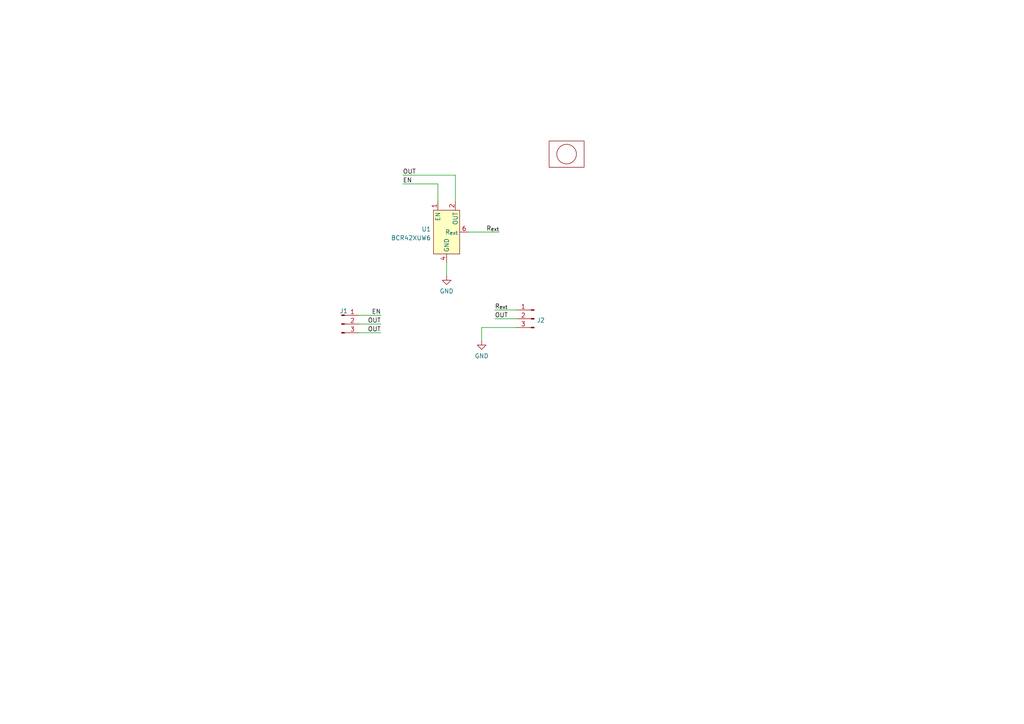
<source format=kicad_sch>
(kicad_sch (version 20211123) (generator eeschema)

  (uuid 87bd784a-32a4-4a3c-a1f1-2fd0524e8d5b)

  (paper "A4")

  (lib_symbols
    (symbol "BCR42xUW6:BCR42XUW6" (in_bom yes) (on_board yes)
      (property "Reference" "U" (id 0) (at -2.54 -7.62 0)
        (effects (font (size 1.27 1.27)) (justify right))
      )
      (property "Value" "BCR42XUW6" (id 1) (at -5.08 5.08 90)
        (effects (font (size 1.27 1.27)) (justify right))
      )
      (property "Footprint" "Package_TO_SOT_SMD:SOT-23-6" (id 2) (at 1.27 -11.43 0)
        (effects (font (size 1.27 1.27)) hide)
      )
      (property "Datasheet" "" (id 3) (at 0 0 0)
        (effects (font (size 1.27 1.27)) hide)
      )
      (symbol "BCR42XUW6_0_1"
        (rectangle (start -3.81 6.35) (end 3.81 -6.35)
          (stroke (width 0.1524) (type default) (color 0 0 0 0))
          (fill (type background))
        )
      )
      (symbol "BCR42XUW6_1_1"
        (pin passive line (at -2.54 8.89 270) (length 2.54)
          (name "EN" (effects (font (size 1.27 1.27))))
          (number "1" (effects (font (size 1.27 1.27))))
        )
        (pin passive line (at 2.54 8.89 270) (length 2.54)
          (name "OUT" (effects (font (size 1.27 1.27))))
          (number "2" (effects (font (size 1.27 1.27))))
        )
        (pin bidirectional line (at 2.54 8.89 270) (length 2.54) hide
          (name "OUT" (effects (font (size 1.27 1.27))))
          (number "3" (effects (font (size 1.27 1.27))))
        )
        (pin power_in line (at 0 -8.89 90) (length 2.54)
          (name "GND" (effects (font (size 1.27 1.27))))
          (number "4" (effects (font (size 1.27 1.27))))
        )
        (pin bidirectional line (at 2.54 8.89 270) (length 2.54) hide
          (name "OUT" (effects (font (size 1.27 1.27))))
          (number "5" (effects (font (size 1.27 1.27))))
        )
        (pin passive line (at 6.35 0 180) (length 2.54)
          (name "R_{ext}" (effects (font (size 1.27 1.27))))
          (number "6" (effects (font (size 1.27 1.27))))
        )
      )
    )
    (symbol "Connector:Conn_01x03_Male" (pin_names (offset 1.016) hide) (in_bom yes) (on_board yes)
      (property "Reference" "J" (id 0) (at 0 5.08 0)
        (effects (font (size 1.27 1.27)))
      )
      (property "Value" "Conn_01x03_Male" (id 1) (at 0 -5.08 0)
        (effects (font (size 1.27 1.27)))
      )
      (property "Footprint" "" (id 2) (at 0 0 0)
        (effects (font (size 1.27 1.27)) hide)
      )
      (property "Datasheet" "~" (id 3) (at 0 0 0)
        (effects (font (size 1.27 1.27)) hide)
      )
      (property "ki_keywords" "connector" (id 4) (at 0 0 0)
        (effects (font (size 1.27 1.27)) hide)
      )
      (property "ki_description" "Generic connector, single row, 01x03, script generated (kicad-library-utils/schlib/autogen/connector/)" (id 5) (at 0 0 0)
        (effects (font (size 1.27 1.27)) hide)
      )
      (property "ki_fp_filters" "Connector*:*_1x??_*" (id 6) (at 0 0 0)
        (effects (font (size 1.27 1.27)) hide)
      )
      (symbol "Conn_01x03_Male_1_1"
        (polyline
          (pts
            (xy 1.27 -2.54)
            (xy 0.8636 -2.54)
          )
          (stroke (width 0.1524) (type default) (color 0 0 0 0))
          (fill (type none))
        )
        (polyline
          (pts
            (xy 1.27 0)
            (xy 0.8636 0)
          )
          (stroke (width 0.1524) (type default) (color 0 0 0 0))
          (fill (type none))
        )
        (polyline
          (pts
            (xy 1.27 2.54)
            (xy 0.8636 2.54)
          )
          (stroke (width 0.1524) (type default) (color 0 0 0 0))
          (fill (type none))
        )
        (rectangle (start 0.8636 -2.413) (end 0 -2.667)
          (stroke (width 0.1524) (type default) (color 0 0 0 0))
          (fill (type outline))
        )
        (rectangle (start 0.8636 0.127) (end 0 -0.127)
          (stroke (width 0.1524) (type default) (color 0 0 0 0))
          (fill (type outline))
        )
        (rectangle (start 0.8636 2.667) (end 0 2.413)
          (stroke (width 0.1524) (type default) (color 0 0 0 0))
          (fill (type outline))
        )
        (pin passive line (at 5.08 2.54 180) (length 3.81)
          (name "Pin_1" (effects (font (size 1.27 1.27))))
          (number "1" (effects (font (size 1.27 1.27))))
        )
        (pin passive line (at 5.08 0 180) (length 3.81)
          (name "Pin_2" (effects (font (size 1.27 1.27))))
          (number "2" (effects (font (size 1.27 1.27))))
        )
        (pin passive line (at 5.08 -2.54 180) (length 3.81)
          (name "Pin_3" (effects (font (size 1.27 1.27))))
          (number "3" (effects (font (size 1.27 1.27))))
        )
      )
    )
    (symbol "mech:logo" (pin_names (offset 1.016)) (in_bom yes) (on_board yes)
      (property "Reference" "Lg" (id 0) (at 0 0 0)
        (effects (font (size 1.27 1.27)) hide)
      )
      (property "Value" "logo" (id 1) (at 0 -1.27 0)
        (effects (font (size 1.27 1.27)) hide)
      )
      (property "Footprint" "" (id 2) (at 0 0 0)
        (effects (font (size 1.27 1.27)) hide)
      )
      (property "Datasheet" "" (id 3) (at 0 0 0)
        (effects (font (size 1.27 1.27)) hide)
      )
      (symbol "logo_0_1"
        (rectangle (start -5.08 3.81) (end 5.08 -3.81)
          (stroke (width 0) (type default) (color 0 0 0 0))
          (fill (type none))
        )
        (circle (center 0 0) (radius 2.8448)
          (stroke (width 0) (type default) (color 0 0 0 0))
          (fill (type none))
        )
      )
    )
    (symbol "power:GND" (power) (pin_names (offset 0)) (in_bom yes) (on_board yes)
      (property "Reference" "#PWR" (id 0) (at 0 -6.35 0)
        (effects (font (size 1.27 1.27)) hide)
      )
      (property "Value" "GND" (id 1) (at 0 -3.81 0)
        (effects (font (size 1.27 1.27)))
      )
      (property "Footprint" "" (id 2) (at 0 0 0)
        (effects (font (size 1.27 1.27)) hide)
      )
      (property "Datasheet" "" (id 3) (at 0 0 0)
        (effects (font (size 1.27 1.27)) hide)
      )
      (property "ki_keywords" "power-flag" (id 4) (at 0 0 0)
        (effects (font (size 1.27 1.27)) hide)
      )
      (property "ki_description" "Power symbol creates a global label with name \"GND\" , ground" (id 5) (at 0 0 0)
        (effects (font (size 1.27 1.27)) hide)
      )
      (symbol "GND_0_1"
        (polyline
          (pts
            (xy 0 0)
            (xy 0 -1.27)
            (xy 1.27 -1.27)
            (xy 0 -2.54)
            (xy -1.27 -1.27)
            (xy 0 -1.27)
          )
          (stroke (width 0) (type default) (color 0 0 0 0))
          (fill (type none))
        )
      )
      (symbol "GND_1_1"
        (pin power_in line (at 0 0 270) (length 0) hide
          (name "GND" (effects (font (size 1.27 1.27))))
          (number "1" (effects (font (size 1.27 1.27))))
        )
      )
    )
  )


  (wire (pts (xy 104.14 93.98) (xy 110.49 93.98))
    (stroke (width 0) (type default) (color 0 0 0 0))
    (uuid 0da3a6c8-8eec-43e7-a8ad-a5e212acedd6)
  )
  (wire (pts (xy 132.08 50.8) (xy 116.84 50.8))
    (stroke (width 0) (type default) (color 0 0 0 0))
    (uuid 3fdb103f-abfb-41ac-8761-858e36d7823d)
  )
  (wire (pts (xy 139.7 94.996) (xy 139.7 98.806))
    (stroke (width 0) (type default) (color 0 0 0 0))
    (uuid 4bb75b4d-9d52-408a-a8bf-e2360d30a4d6)
  )
  (wire (pts (xy 127 58.42) (xy 127 53.34))
    (stroke (width 0) (type default) (color 0 0 0 0))
    (uuid 4cc57b0d-f5ec-4314-a81d-489b52a28fbc)
  )
  (wire (pts (xy 104.14 96.52) (xy 110.49 96.52))
    (stroke (width 0) (type default) (color 0 0 0 0))
    (uuid 5e572411-47c4-4128-863e-31638e491994)
  )
  (wire (pts (xy 129.54 76.2) (xy 129.54 80.01))
    (stroke (width 0) (type default) (color 0 0 0 0))
    (uuid 615196ca-de59-486d-afb7-29b4d11b1cf3)
  )
  (wire (pts (xy 116.84 53.34) (xy 127 53.34))
    (stroke (width 0) (type default) (color 0 0 0 0))
    (uuid 7df9932a-0deb-4021-b741-095222517ed0)
  )
  (wire (pts (xy 104.14 91.44) (xy 110.49 91.44))
    (stroke (width 0) (type default) (color 0 0 0 0))
    (uuid 84091b4d-7939-43bb-b66c-2386570c4e67)
  )
  (wire (pts (xy 143.51 92.456) (xy 149.86 92.456))
    (stroke (width 0) (type default) (color 0 0 0 0))
    (uuid 845b8db7-ee52-49a9-8f63-bc858d874f89)
  )
  (wire (pts (xy 132.08 58.42) (xy 132.08 50.8))
    (stroke (width 0) (type default) (color 0 0 0 0))
    (uuid 853c17d4-5ada-4ad9-946c-6f1f13e3e025)
  )
  (wire (pts (xy 139.7 94.996) (xy 149.86 94.996))
    (stroke (width 0) (type default) (color 0 0 0 0))
    (uuid 85554aa4-b49c-4574-bce8-e987a27088c4)
  )
  (wire (pts (xy 143.51 89.916) (xy 149.86 89.916))
    (stroke (width 0) (type default) (color 0 0 0 0))
    (uuid eb309003-b520-4728-9e5f-1a159e69fd50)
  )
  (wire (pts (xy 135.89 67.31) (xy 144.78 67.31))
    (stroke (width 0) (type default) (color 0 0 0 0))
    (uuid fafda5ed-8273-440a-9720-4610d99f97da)
  )

  (label "R_{ext}" (at 144.78 67.31 180)
    (effects (font (size 1.27 1.27)) (justify right bottom))
    (uuid 454355e7-8bd9-4693-88dc-9f9483ec764b)
  )
  (label "OUT" (at 143.51 92.456 0)
    (effects (font (size 1.27 1.27)) (justify left bottom))
    (uuid 6964b331-ddac-4fea-9821-3994a01b4f4c)
  )
  (label "OUT" (at 116.84 50.8 0)
    (effects (font (size 1.27 1.27)) (justify left bottom))
    (uuid 7c2a2f2b-7423-40d3-bd1b-f3a7eb047a4f)
  )
  (label "OUT" (at 110.49 93.98 180)
    (effects (font (size 1.27 1.27)) (justify right bottom))
    (uuid 90407546-f054-49c4-9844-763cf1581681)
  )
  (label "OUT" (at 110.49 96.52 180)
    (effects (font (size 1.27 1.27)) (justify right bottom))
    (uuid b9f9a1f7-4529-4dfd-a591-7590f8088259)
  )
  (label "EN" (at 116.84 53.34 0)
    (effects (font (size 1.27 1.27)) (justify left bottom))
    (uuid ba5606e1-e549-4010-9da1-a1f074271bfb)
  )
  (label "R_{ext}" (at 143.51 89.916 0)
    (effects (font (size 1.27 1.27)) (justify left bottom))
    (uuid cb69154b-40c5-4c2e-889f-567a1534a54b)
  )
  (label "EN" (at 110.49 91.44 180)
    (effects (font (size 1.27 1.27)) (justify right bottom))
    (uuid dee92187-8b7b-4f6d-a1a5-3012ab6e8bfc)
  )

  (symbol (lib_id "BCR42xUW6:BCR42XUW6") (at 129.54 67.31 0) (unit 1)
    (in_bom yes) (on_board yes) (fields_autoplaced)
    (uuid 00ecc8fc-87dd-48dc-9ce7-c0d851e83f46)
    (property "Reference" "U1" (id 0) (at 125.0188 66.4753 0)
      (effects (font (size 1.27 1.27)) (justify right))
    )
    (property "Value" "BCR42XUW6" (id 1) (at 125.0188 69.0122 0)
      (effects (font (size 1.27 1.27)) (justify right))
    )
    (property "Footprint" "Package_TO_SOT_SMD:SOT-23-6" (id 2) (at 130.81 78.74 0)
      (effects (font (size 1.27 1.27)) hide)
    )
    (property "Datasheet" "" (id 3) (at 129.54 67.31 0)
      (effects (font (size 1.27 1.27)) hide)
    )
    (pin "1" (uuid 33ff4cfc-deeb-4ba9-bbb0-8ff061536859))
    (pin "2" (uuid 4c44315e-85da-47c5-9184-1adac064ec32))
    (pin "3" (uuid 4a967e92-9a60-4ce8-a7ff-5256079f59c1))
    (pin "4" (uuid 9e551f69-82ee-47cf-b906-28436129c8a3))
    (pin "5" (uuid 040634d2-44fe-48cd-a74e-1e7ce4f07145))
    (pin "6" (uuid 595cda8f-e3cc-4205-9871-54fdf85786c1))
  )

  (symbol (lib_id "power:GND") (at 139.7 98.806 0) (unit 1)
    (in_bom yes) (on_board yes) (fields_autoplaced)
    (uuid 2194ad4b-7118-4627-b25b-7111fe233731)
    (property "Reference" "#PWR02" (id 0) (at 139.7 105.156 0)
      (effects (font (size 1.27 1.27)) hide)
    )
    (property "Value" "GND" (id 1) (at 139.7 103.2494 0))
    (property "Footprint" "" (id 2) (at 139.7 98.806 0)
      (effects (font (size 1.27 1.27)) hide)
    )
    (property "Datasheet" "" (id 3) (at 139.7 98.806 0)
      (effects (font (size 1.27 1.27)) hide)
    )
    (pin "1" (uuid ff4e8756-c808-401b-8557-e3884b8857c3))
  )

  (symbol (lib_id "Connector:Conn_01x03_Male") (at 99.06 93.98 0) (unit 1)
    (in_bom yes) (on_board yes)
    (uuid 5024dd98-cbcb-4a09-9894-4e9f94441586)
    (property "Reference" "J1" (id 0) (at 99.695 90.201 0))
    (property "Value" "Conn_01x03_Male" (id 1) (at 99.695 90.2009 0)
      (effects (font (size 1.27 1.27)) hide)
    )
    (property "Footprint" "Connector_PinHeader_2.54mm:PinHeader_1x03_P2.54mm_Vertical" (id 2) (at 99.06 93.98 0)
      (effects (font (size 1.27 1.27)) hide)
    )
    (property "Datasheet" "~" (id 3) (at 99.06 93.98 0)
      (effects (font (size 1.27 1.27)) hide)
    )
    (pin "1" (uuid fd99f853-6754-446e-9282-162ba30da48e))
    (pin "2" (uuid 2d4e1e90-243b-44d9-b1f4-ecf1d2279191))
    (pin "3" (uuid cead1c3f-172e-4f5d-abef-db136e9122f8))
  )

  (symbol (lib_id "mech:logo") (at 164.338 44.704 0) (unit 1)
    (in_bom yes) (on_board yes) (fields_autoplaced)
    (uuid 5ffd9222-9e01-4e2f-bd23-d663877263a6)
    (property "Reference" "Lg1" (id 0) (at 164.338 44.704 0)
      (effects (font (size 1.27 1.27)) hide)
    )
    (property "Value" "logo" (id 1) (at 164.338 45.974 0)
      (effects (font (size 1.27 1.27)) hide)
    )
    (property "Footprint" "mech:MyBasic_rounded_50_1" (id 2) (at 164.338 44.704 0)
      (effects (font (size 1.27 1.27)) hide)
    )
    (property "Datasheet" "" (id 3) (at 164.338 44.704 0)
      (effects (font (size 1.27 1.27)) hide)
    )
    (property "Reference" "Lg?" (id 4) (at 164.338 44.704 0)
      (effects (font (size 1.27 1.27)) hide)
    )
    (property "Value" "logo" (id 5) (at 164.338 44.704 0)
      (effects (font (size 1.27 1.27)) hide)
    )
  )

  (symbol (lib_id "power:GND") (at 129.54 80.01 0) (unit 1)
    (in_bom yes) (on_board yes) (fields_autoplaced)
    (uuid d5a1b799-e9c1-4e4e-8861-e8422eafcf22)
    (property "Reference" "#PWR01" (id 0) (at 129.54 86.36 0)
      (effects (font (size 1.27 1.27)) hide)
    )
    (property "Value" "GND" (id 1) (at 129.54 84.4534 0))
    (property "Footprint" "" (id 2) (at 129.54 80.01 0)
      (effects (font (size 1.27 1.27)) hide)
    )
    (property "Datasheet" "" (id 3) (at 129.54 80.01 0)
      (effects (font (size 1.27 1.27)) hide)
    )
    (pin "1" (uuid d7e9d283-5ffe-4853-a4e9-f233c44f353f))
  )

  (symbol (lib_id "Connector:Conn_01x03_Male") (at 154.94 92.456 0) (mirror y) (unit 1)
    (in_bom yes) (on_board yes) (fields_autoplaced)
    (uuid f4b71faf-24e5-4ed0-a91f-abfa2375a043)
    (property "Reference" "J2" (id 0) (at 155.6512 92.8898 0)
      (effects (font (size 1.27 1.27)) (justify right))
    )
    (property "Value" "Conn_01x03_Male" (id 1) (at 155.6512 94.1582 0)
      (effects (font (size 1.27 1.27)) (justify right) hide)
    )
    (property "Footprint" "Connector_PinHeader_2.54mm:PinHeader_1x03_P2.54mm_Vertical" (id 2) (at 154.94 92.456 0)
      (effects (font (size 1.27 1.27)) hide)
    )
    (property "Datasheet" "~" (id 3) (at 154.94 92.456 0)
      (effects (font (size 1.27 1.27)) hide)
    )
    (pin "1" (uuid 794d8ec3-6d08-43b9-9c19-52665c2f85f8))
    (pin "2" (uuid 91046718-f71c-4f7c-a849-c61f55ed8bca))
    (pin "3" (uuid afd22ee8-234e-4419-9c12-15284ba17bde))
  )

  (sheet_instances
    (path "/" (page "1"))
  )

  (symbol_instances
    (path "/d5a1b799-e9c1-4e4e-8861-e8422eafcf22"
      (reference "#PWR01") (unit 1) (value "GND") (footprint "")
    )
    (path "/2194ad4b-7118-4627-b25b-7111fe233731"
      (reference "#PWR02") (unit 1) (value "GND") (footprint "")
    )
    (path "/5024dd98-cbcb-4a09-9894-4e9f94441586"
      (reference "J1") (unit 1) (value "Conn_01x03_Male") (footprint "Connector_PinHeader_2.54mm:PinHeader_1x03_P2.54mm_Vertical")
    )
    (path "/f4b71faf-24e5-4ed0-a91f-abfa2375a043"
      (reference "J2") (unit 1) (value "Conn_01x03_Male") (footprint "Connector_PinHeader_2.54mm:PinHeader_1x03_P2.54mm_Vertical")
    )
    (path "/5ffd9222-9e01-4e2f-bd23-d663877263a6"
      (reference "Lg1") (unit 1) (value "logo") (footprint "mech:MyBasic_rounded_50_1")
    )
    (path "/00ecc8fc-87dd-48dc-9ce7-c0d851e83f46"
      (reference "U1") (unit 1) (value "BCR42XUW6") (footprint "Package_TO_SOT_SMD:SOT-23-6")
    )
  )
)

</source>
